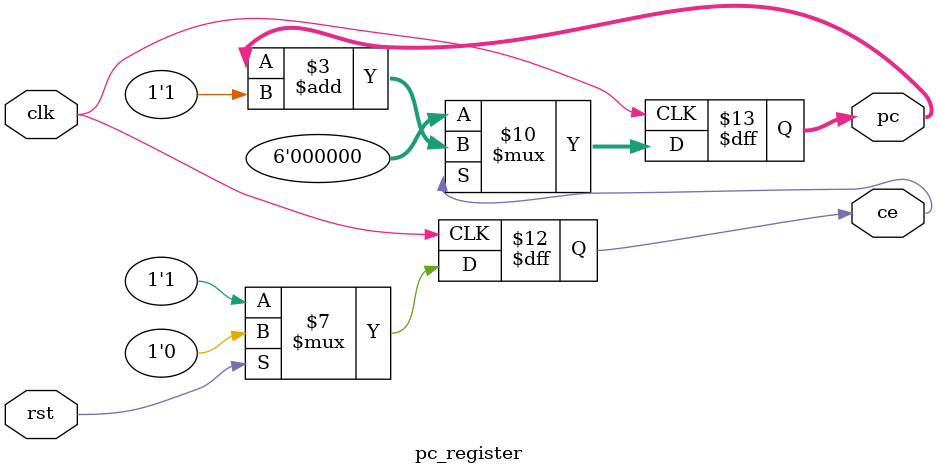
<source format=v>
module pc_register (
    input wire clk,
    input wire rst,

    output reg [5:0] pc,
    output reg       ce
);

  always @(posedge clk) begin
    if (ce == 1'b0) begin
      pc <= 6'h00;
    end else begin
      pc <= pc + 1'b1;
    end
  end

  always @(posedge clk) begin
    if (rst == 1'b1) begin
      ce <= 1'b0;
    end else begin
      ce <= 1'b1;
    end
  end

endmodule

</source>
